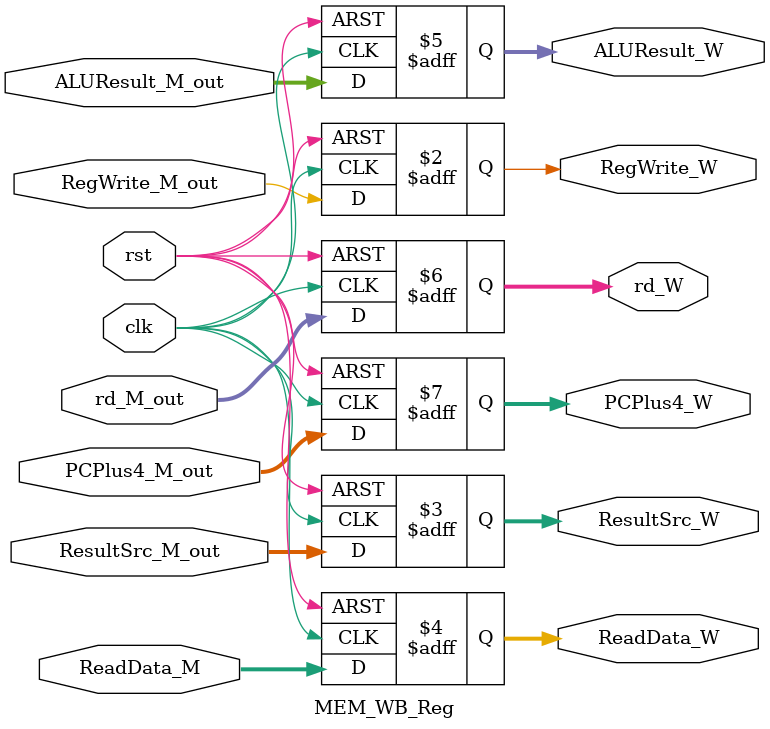
<source format=sv>
module MEM_WB_Reg (
    input logic clk,
    input logic rst,

    input logic RegWrite_M_out,
    input logic [1:0] ResultSrc_M_out,

    input logic [31:0] ReadData_M,
    input logic [31:0] ALUResult_M_out,
    input logic [4:0] rd_M_out,
    input logic [31:0] PCPlus4_M_out,

    output logic RegWrite_W,
    output logic [1:0] ResultSrc_W,
    output logic [31:0] ReadData_W,
    output logic [31:0] ALUResult_W,
    output logic [4:0] rd_W,
    output logic [31:0] PCPlus4_W
);
    always_ff @(posedge clk or posedge rst) begin
        if (rst) begin
            RegWrite_W <= 0;
            ResultSrc_W <= 2'b00;
            ReadData_W <= 32'b0;
            ALUResult_W <= 32'b0;
            rd_W <= 5'b0;
            PCPlus4_W <= 32'b0;
        end else begin
            RegWrite_W <= RegWrite_M_out;
            ResultSrc_W <= ResultSrc_M_out;
            ReadData_W <= ReadData_M;
            ALUResult_W <= ALUResult_M_out;
            rd_W <= rd_M_out;
            PCPlus4_W <= PCPlus4_M_out;
        end
    end

endmodule

</source>
